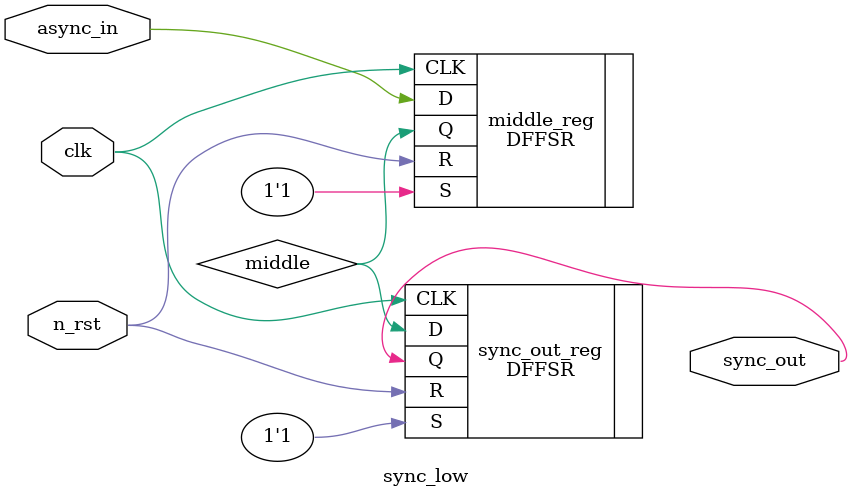
<source format=v>


module sync_low ( clk, n_rst, async_in, sync_out );
  input clk, n_rst, async_in;
  output sync_out;
  wire   middle;

  DFFSR middle_reg ( .D(async_in), .CLK(clk), .R(n_rst), .S(1'b1), .Q(middle)
         );
  DFFSR sync_out_reg ( .D(middle), .CLK(clk), .R(n_rst), .S(1'b1), .Q(sync_out) );
endmodule


</source>
